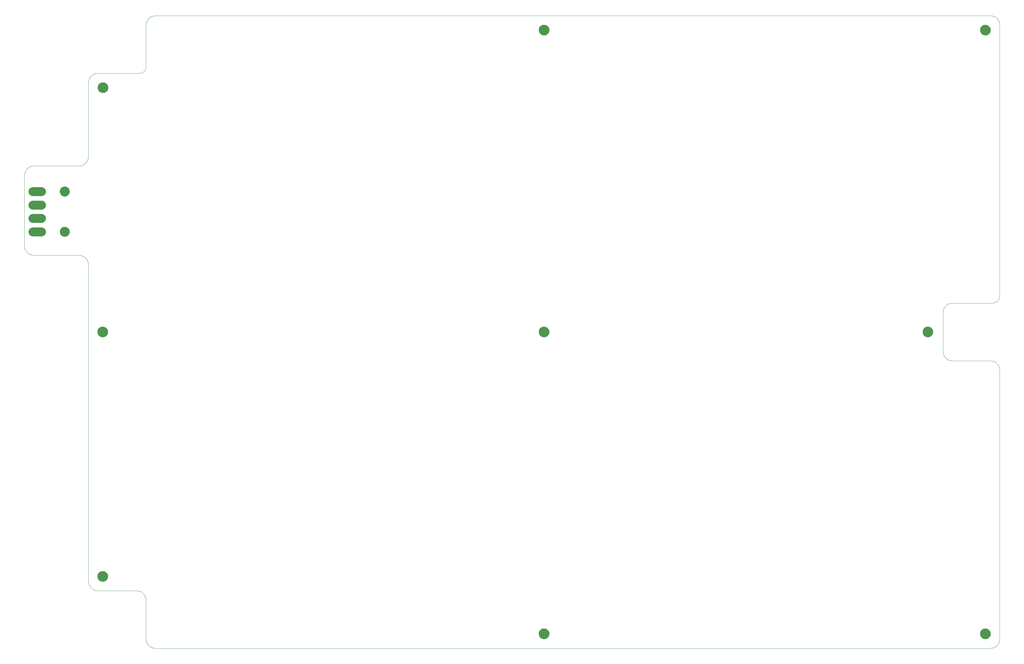
<source format=gts>
G75*
%MOIN*%
%OFA0B0*%
%FSLAX24Y24*%
%IPPOS*%
%LPD*%
%AMOC8*
5,1,8,0,0,1.08239X$1,22.5*
%
%ADD10C,0.0000*%
%ADD11C,0.1300*%
%ADD12C,0.1221*%
%ADD13C,0.1103*%
D10*
X012470Y011579D02*
X017193Y011579D01*
X017193Y011578D02*
X017259Y011576D01*
X017325Y011571D01*
X017391Y011561D01*
X017456Y011548D01*
X017520Y011532D01*
X017583Y011512D01*
X017645Y011488D01*
X017705Y011461D01*
X017764Y011431D01*
X017821Y011397D01*
X017876Y011360D01*
X017929Y011320D01*
X017980Y011278D01*
X018028Y011232D01*
X018074Y011184D01*
X018116Y011133D01*
X018156Y011080D01*
X018193Y011025D01*
X018227Y010968D01*
X018257Y010909D01*
X018284Y010849D01*
X018308Y010787D01*
X018328Y010724D01*
X018344Y010660D01*
X018357Y010595D01*
X018367Y010529D01*
X018372Y010463D01*
X018374Y010397D01*
X018374Y005674D01*
X018375Y005674D02*
X018377Y005608D01*
X018382Y005542D01*
X018392Y005476D01*
X018405Y005411D01*
X018421Y005347D01*
X018441Y005284D01*
X018465Y005222D01*
X018492Y005162D01*
X018522Y005103D01*
X018556Y005046D01*
X018593Y004991D01*
X018633Y004938D01*
X018675Y004887D01*
X018721Y004839D01*
X018769Y004793D01*
X018820Y004751D01*
X018873Y004711D01*
X018928Y004674D01*
X018985Y004640D01*
X019044Y004610D01*
X019104Y004583D01*
X019166Y004559D01*
X019229Y004539D01*
X019293Y004523D01*
X019358Y004510D01*
X019424Y004500D01*
X019490Y004495D01*
X019556Y004493D01*
X122312Y004493D01*
X122378Y004495D01*
X122444Y004500D01*
X122510Y004510D01*
X122575Y004523D01*
X122639Y004539D01*
X122702Y004559D01*
X122764Y004583D01*
X122824Y004610D01*
X122883Y004640D01*
X122940Y004674D01*
X122995Y004711D01*
X123048Y004751D01*
X123099Y004793D01*
X123147Y004839D01*
X123193Y004887D01*
X123235Y004938D01*
X123275Y004991D01*
X123312Y005046D01*
X123346Y005103D01*
X123376Y005162D01*
X123403Y005222D01*
X123427Y005284D01*
X123447Y005347D01*
X123463Y005411D01*
X123476Y005476D01*
X123486Y005542D01*
X123491Y005608D01*
X123493Y005674D01*
X123493Y038745D01*
X123491Y038811D01*
X123486Y038877D01*
X123476Y038943D01*
X123463Y039008D01*
X123447Y039072D01*
X123427Y039135D01*
X123403Y039197D01*
X123376Y039257D01*
X123346Y039316D01*
X123312Y039373D01*
X123275Y039428D01*
X123235Y039481D01*
X123193Y039532D01*
X123147Y039580D01*
X123099Y039626D01*
X123048Y039668D01*
X122995Y039708D01*
X122940Y039745D01*
X122883Y039779D01*
X122824Y039809D01*
X122764Y039836D01*
X122702Y039860D01*
X122639Y039880D01*
X122575Y039896D01*
X122510Y039909D01*
X122444Y039919D01*
X122378Y039924D01*
X122312Y039926D01*
X117588Y039926D01*
X117523Y039931D01*
X117458Y039940D01*
X117394Y039953D01*
X117331Y039970D01*
X117269Y039990D01*
X117208Y040014D01*
X117149Y040041D01*
X117091Y040072D01*
X117035Y040106D01*
X116982Y040143D01*
X116930Y040183D01*
X116881Y040227D01*
X116835Y040273D01*
X116791Y040321D01*
X116750Y040372D01*
X116713Y040425D01*
X116678Y040481D01*
X116647Y040538D01*
X116619Y040597D01*
X116595Y040658D01*
X116574Y040720D01*
X116557Y040783D01*
X116543Y040847D01*
X116533Y040911D01*
X116527Y040976D01*
X116525Y041042D01*
X116527Y041107D01*
X116527Y045832D01*
X116525Y045897D01*
X116527Y045963D01*
X116533Y046028D01*
X116543Y046092D01*
X116557Y046156D01*
X116574Y046219D01*
X116595Y046281D01*
X116619Y046342D01*
X116647Y046401D01*
X116678Y046458D01*
X116713Y046514D01*
X116750Y046567D01*
X116791Y046618D01*
X116835Y046666D01*
X116881Y046712D01*
X116930Y046756D01*
X116982Y046796D01*
X117035Y046833D01*
X117091Y046867D01*
X117149Y046898D01*
X117208Y046925D01*
X117269Y046949D01*
X117331Y046969D01*
X117394Y046986D01*
X117458Y046999D01*
X117523Y047008D01*
X117588Y047013D01*
X122509Y047013D01*
X122571Y047015D01*
X122632Y047021D01*
X122693Y047030D01*
X122754Y047044D01*
X122813Y047061D01*
X122871Y047082D01*
X122928Y047107D01*
X122983Y047135D01*
X123036Y047166D01*
X123087Y047201D01*
X123136Y047239D01*
X123183Y047280D01*
X123226Y047323D01*
X123267Y047370D01*
X123305Y047419D01*
X123340Y047470D01*
X123371Y047523D01*
X123399Y047578D01*
X123424Y047635D01*
X123445Y047693D01*
X123462Y047752D01*
X123476Y047813D01*
X123485Y047874D01*
X123491Y047935D01*
X123493Y047997D01*
X123490Y047879D02*
X123490Y081263D01*
X123493Y081265D02*
X123491Y081331D01*
X123486Y081397D01*
X123476Y081463D01*
X123463Y081528D01*
X123447Y081592D01*
X123427Y081655D01*
X123403Y081717D01*
X123376Y081777D01*
X123346Y081836D01*
X123312Y081893D01*
X123275Y081948D01*
X123235Y082001D01*
X123193Y082052D01*
X123147Y082100D01*
X123099Y082146D01*
X123048Y082188D01*
X122995Y082228D01*
X122940Y082265D01*
X122883Y082299D01*
X122824Y082329D01*
X122764Y082356D01*
X122702Y082380D01*
X122639Y082400D01*
X122575Y082416D01*
X122510Y082429D01*
X122444Y082439D01*
X122378Y082444D01*
X122312Y082446D01*
X019556Y082446D01*
X019555Y082444D02*
X019489Y082442D01*
X019423Y082437D01*
X019357Y082427D01*
X019292Y082414D01*
X019228Y082398D01*
X019165Y082378D01*
X019103Y082354D01*
X019043Y082327D01*
X018984Y082297D01*
X018927Y082263D01*
X018872Y082226D01*
X018819Y082186D01*
X018768Y082144D01*
X018720Y082098D01*
X018674Y082050D01*
X018632Y081999D01*
X018592Y081946D01*
X018555Y081891D01*
X018521Y081834D01*
X018491Y081775D01*
X018464Y081715D01*
X018440Y081653D01*
X018420Y081590D01*
X018404Y081526D01*
X018391Y081461D01*
X018381Y081395D01*
X018376Y081329D01*
X018374Y081263D01*
X018374Y076579D01*
X018375Y076737D02*
X018375Y076147D01*
X018373Y076093D01*
X018368Y076040D01*
X018359Y075987D01*
X018346Y075935D01*
X018330Y075883D01*
X018310Y075833D01*
X018287Y075785D01*
X018260Y075738D01*
X018231Y075693D01*
X018198Y075650D01*
X018163Y075610D01*
X018125Y075572D01*
X018085Y075537D01*
X018042Y075504D01*
X017997Y075475D01*
X017950Y075448D01*
X017902Y075425D01*
X017852Y075405D01*
X017800Y075389D01*
X017748Y075376D01*
X017695Y075367D01*
X017642Y075362D01*
X017588Y075360D01*
X017588Y075359D02*
X012470Y075359D01*
X012404Y075357D01*
X012338Y075352D01*
X012272Y075342D01*
X012207Y075329D01*
X012143Y075313D01*
X012080Y075293D01*
X012018Y075269D01*
X011958Y075242D01*
X011899Y075212D01*
X011842Y075178D01*
X011787Y075141D01*
X011734Y075101D01*
X011683Y075059D01*
X011635Y075013D01*
X011589Y074965D01*
X011547Y074914D01*
X011507Y074861D01*
X011470Y074806D01*
X011436Y074749D01*
X011406Y074690D01*
X011379Y074630D01*
X011355Y074568D01*
X011335Y074505D01*
X011319Y074441D01*
X011306Y074376D01*
X011296Y074310D01*
X011291Y074244D01*
X011289Y074178D01*
X011289Y065123D01*
X011288Y065123D02*
X011286Y065057D01*
X011281Y064991D01*
X011271Y064925D01*
X011258Y064860D01*
X011242Y064796D01*
X011222Y064733D01*
X011198Y064671D01*
X011171Y064611D01*
X011141Y064552D01*
X011107Y064495D01*
X011070Y064440D01*
X011030Y064387D01*
X010988Y064336D01*
X010942Y064288D01*
X010894Y064242D01*
X010843Y064200D01*
X010790Y064160D01*
X010735Y064123D01*
X010678Y064089D01*
X010619Y064059D01*
X010559Y064032D01*
X010497Y064008D01*
X010434Y063988D01*
X010370Y063972D01*
X010305Y063959D01*
X010239Y063949D01*
X010173Y063944D01*
X010107Y063942D01*
X004596Y063942D01*
X004530Y063940D01*
X004464Y063935D01*
X004398Y063925D01*
X004333Y063912D01*
X004269Y063896D01*
X004206Y063876D01*
X004144Y063852D01*
X004084Y063825D01*
X004025Y063795D01*
X003968Y063761D01*
X003913Y063724D01*
X003860Y063684D01*
X003809Y063642D01*
X003761Y063596D01*
X003715Y063548D01*
X003673Y063497D01*
X003633Y063444D01*
X003596Y063389D01*
X003562Y063332D01*
X003532Y063273D01*
X003505Y063213D01*
X003481Y063151D01*
X003461Y063088D01*
X003445Y063024D01*
X003432Y062959D01*
X003422Y062893D01*
X003417Y062827D01*
X003415Y062761D01*
X003415Y054100D01*
X003417Y054034D01*
X003422Y053968D01*
X003432Y053902D01*
X003445Y053837D01*
X003461Y053773D01*
X003481Y053710D01*
X003505Y053648D01*
X003532Y053588D01*
X003562Y053529D01*
X003596Y053472D01*
X003633Y053417D01*
X003673Y053364D01*
X003715Y053313D01*
X003761Y053265D01*
X003809Y053219D01*
X003860Y053177D01*
X003913Y053137D01*
X003968Y053100D01*
X004025Y053066D01*
X004084Y053036D01*
X004144Y053009D01*
X004206Y052985D01*
X004269Y052965D01*
X004333Y052949D01*
X004398Y052936D01*
X004464Y052926D01*
X004530Y052921D01*
X004596Y052919D01*
X010107Y052919D01*
X010107Y052918D02*
X010173Y052916D01*
X010239Y052911D01*
X010305Y052901D01*
X010370Y052888D01*
X010434Y052872D01*
X010497Y052852D01*
X010559Y052828D01*
X010619Y052801D01*
X010678Y052771D01*
X010735Y052737D01*
X010790Y052700D01*
X010843Y052660D01*
X010894Y052618D01*
X010942Y052572D01*
X010988Y052524D01*
X011030Y052473D01*
X011070Y052420D01*
X011107Y052365D01*
X011141Y052308D01*
X011171Y052249D01*
X011198Y052189D01*
X011222Y052127D01*
X011242Y052064D01*
X011258Y052000D01*
X011271Y051935D01*
X011281Y051869D01*
X011286Y051803D01*
X011288Y051737D01*
X011289Y051737D02*
X011289Y012760D01*
X011291Y012694D01*
X011296Y012628D01*
X011306Y012562D01*
X011319Y012497D01*
X011335Y012433D01*
X011355Y012370D01*
X011379Y012308D01*
X011406Y012248D01*
X011436Y012189D01*
X011470Y012132D01*
X011507Y012077D01*
X011547Y012024D01*
X011589Y011973D01*
X011635Y011925D01*
X011683Y011879D01*
X011734Y011837D01*
X011787Y011797D01*
X011842Y011760D01*
X011899Y011726D01*
X011958Y011696D01*
X012018Y011669D01*
X012080Y011645D01*
X012143Y011625D01*
X012207Y011609D01*
X012272Y011596D01*
X012338Y011586D01*
X012404Y011581D01*
X012470Y011579D01*
X012430Y013352D02*
X012432Y013402D01*
X012438Y013452D01*
X012448Y013501D01*
X012462Y013549D01*
X012479Y013596D01*
X012500Y013641D01*
X012525Y013685D01*
X012553Y013726D01*
X012585Y013765D01*
X012619Y013802D01*
X012656Y013836D01*
X012696Y013866D01*
X012738Y013893D01*
X012782Y013917D01*
X012828Y013938D01*
X012875Y013954D01*
X012923Y013967D01*
X012973Y013976D01*
X013022Y013981D01*
X013073Y013982D01*
X013123Y013979D01*
X013172Y013972D01*
X013221Y013961D01*
X013269Y013946D01*
X013315Y013928D01*
X013360Y013906D01*
X013403Y013880D01*
X013444Y013851D01*
X013483Y013819D01*
X013519Y013784D01*
X013551Y013746D01*
X013581Y013706D01*
X013608Y013663D01*
X013631Y013619D01*
X013650Y013573D01*
X013666Y013525D01*
X013678Y013476D01*
X013686Y013427D01*
X013690Y013377D01*
X013690Y013327D01*
X013686Y013277D01*
X013678Y013228D01*
X013666Y013179D01*
X013650Y013131D01*
X013631Y013085D01*
X013608Y013041D01*
X013581Y012998D01*
X013551Y012958D01*
X013519Y012920D01*
X013483Y012885D01*
X013444Y012853D01*
X013403Y012824D01*
X013360Y012798D01*
X013315Y012776D01*
X013269Y012758D01*
X013221Y012743D01*
X013172Y012732D01*
X013123Y012725D01*
X013073Y012722D01*
X013022Y012723D01*
X012973Y012728D01*
X012923Y012737D01*
X012875Y012750D01*
X012828Y012766D01*
X012782Y012787D01*
X012738Y012811D01*
X012696Y012838D01*
X012656Y012868D01*
X012619Y012902D01*
X012585Y012939D01*
X012553Y012978D01*
X012525Y013019D01*
X012500Y013063D01*
X012479Y013108D01*
X012462Y013155D01*
X012448Y013203D01*
X012438Y013252D01*
X012432Y013302D01*
X012430Y013352D01*
X012430Y043470D02*
X012432Y043520D01*
X012438Y043570D01*
X012448Y043619D01*
X012462Y043667D01*
X012479Y043714D01*
X012500Y043759D01*
X012525Y043803D01*
X012553Y043844D01*
X012585Y043883D01*
X012619Y043920D01*
X012656Y043954D01*
X012696Y043984D01*
X012738Y044011D01*
X012782Y044035D01*
X012828Y044056D01*
X012875Y044072D01*
X012923Y044085D01*
X012973Y044094D01*
X013022Y044099D01*
X013073Y044100D01*
X013123Y044097D01*
X013172Y044090D01*
X013221Y044079D01*
X013269Y044064D01*
X013315Y044046D01*
X013360Y044024D01*
X013403Y043998D01*
X013444Y043969D01*
X013483Y043937D01*
X013519Y043902D01*
X013551Y043864D01*
X013581Y043824D01*
X013608Y043781D01*
X013631Y043737D01*
X013650Y043691D01*
X013666Y043643D01*
X013678Y043594D01*
X013686Y043545D01*
X013690Y043495D01*
X013690Y043445D01*
X013686Y043395D01*
X013678Y043346D01*
X013666Y043297D01*
X013650Y043249D01*
X013631Y043203D01*
X013608Y043159D01*
X013581Y043116D01*
X013551Y043076D01*
X013519Y043038D01*
X013483Y043003D01*
X013444Y042971D01*
X013403Y042942D01*
X013360Y042916D01*
X013315Y042894D01*
X013269Y042876D01*
X013221Y042861D01*
X013172Y042850D01*
X013123Y042843D01*
X013073Y042840D01*
X013022Y042841D01*
X012973Y042846D01*
X012923Y042855D01*
X012875Y042868D01*
X012828Y042884D01*
X012782Y042905D01*
X012738Y042929D01*
X012696Y042956D01*
X012656Y042986D01*
X012619Y043020D01*
X012585Y043057D01*
X012553Y043096D01*
X012525Y043137D01*
X012500Y043181D01*
X012479Y043226D01*
X012462Y043273D01*
X012448Y043321D01*
X012438Y043370D01*
X012432Y043420D01*
X012430Y043470D01*
X007784Y055820D02*
X007786Y055868D01*
X007792Y055916D01*
X007802Y055963D01*
X007815Y056009D01*
X007833Y056054D01*
X007853Y056098D01*
X007878Y056140D01*
X007906Y056179D01*
X007936Y056216D01*
X007970Y056250D01*
X008007Y056282D01*
X008045Y056311D01*
X008086Y056336D01*
X008129Y056358D01*
X008174Y056376D01*
X008220Y056390D01*
X008267Y056401D01*
X008315Y056408D01*
X008363Y056411D01*
X008411Y056410D01*
X008459Y056405D01*
X008507Y056396D01*
X008553Y056384D01*
X008598Y056367D01*
X008642Y056347D01*
X008684Y056324D01*
X008724Y056297D01*
X008762Y056267D01*
X008797Y056234D01*
X008829Y056198D01*
X008859Y056160D01*
X008885Y056119D01*
X008907Y056076D01*
X008927Y056032D01*
X008942Y055987D01*
X008954Y055940D01*
X008962Y055892D01*
X008966Y055844D01*
X008966Y055796D01*
X008962Y055748D01*
X008954Y055700D01*
X008942Y055653D01*
X008927Y055608D01*
X008907Y055564D01*
X008885Y055521D01*
X008859Y055480D01*
X008829Y055442D01*
X008797Y055406D01*
X008762Y055373D01*
X008724Y055343D01*
X008684Y055316D01*
X008642Y055293D01*
X008598Y055273D01*
X008553Y055256D01*
X008507Y055244D01*
X008459Y055235D01*
X008411Y055230D01*
X008363Y055229D01*
X008315Y055232D01*
X008267Y055239D01*
X008220Y055250D01*
X008174Y055264D01*
X008129Y055282D01*
X008086Y055304D01*
X008045Y055329D01*
X008007Y055358D01*
X007970Y055390D01*
X007936Y055424D01*
X007906Y055461D01*
X007878Y055500D01*
X007853Y055542D01*
X007833Y055586D01*
X007815Y055631D01*
X007802Y055677D01*
X007792Y055724D01*
X007786Y055772D01*
X007784Y055820D01*
X007784Y060781D02*
X007786Y060829D01*
X007792Y060877D01*
X007802Y060924D01*
X007815Y060970D01*
X007833Y061015D01*
X007853Y061059D01*
X007878Y061101D01*
X007906Y061140D01*
X007936Y061177D01*
X007970Y061211D01*
X008007Y061243D01*
X008045Y061272D01*
X008086Y061297D01*
X008129Y061319D01*
X008174Y061337D01*
X008220Y061351D01*
X008267Y061362D01*
X008315Y061369D01*
X008363Y061372D01*
X008411Y061371D01*
X008459Y061366D01*
X008507Y061357D01*
X008553Y061345D01*
X008598Y061328D01*
X008642Y061308D01*
X008684Y061285D01*
X008724Y061258D01*
X008762Y061228D01*
X008797Y061195D01*
X008829Y061159D01*
X008859Y061121D01*
X008885Y061080D01*
X008907Y061037D01*
X008927Y060993D01*
X008942Y060948D01*
X008954Y060901D01*
X008962Y060853D01*
X008966Y060805D01*
X008966Y060757D01*
X008962Y060709D01*
X008954Y060661D01*
X008942Y060614D01*
X008927Y060569D01*
X008907Y060525D01*
X008885Y060482D01*
X008859Y060441D01*
X008829Y060403D01*
X008797Y060367D01*
X008762Y060334D01*
X008724Y060304D01*
X008684Y060277D01*
X008642Y060254D01*
X008598Y060234D01*
X008553Y060217D01*
X008507Y060205D01*
X008459Y060196D01*
X008411Y060191D01*
X008363Y060190D01*
X008315Y060193D01*
X008267Y060200D01*
X008220Y060211D01*
X008174Y060225D01*
X008129Y060243D01*
X008086Y060265D01*
X008045Y060290D01*
X008007Y060319D01*
X007970Y060351D01*
X007936Y060385D01*
X007906Y060422D01*
X007878Y060461D01*
X007853Y060503D01*
X007833Y060547D01*
X007815Y060592D01*
X007802Y060638D01*
X007792Y060685D01*
X007786Y060733D01*
X007784Y060781D01*
X012458Y073593D02*
X012460Y073643D01*
X012466Y073693D01*
X012476Y073742D01*
X012490Y073790D01*
X012507Y073837D01*
X012528Y073882D01*
X012553Y073926D01*
X012581Y073967D01*
X012613Y074006D01*
X012647Y074043D01*
X012684Y074077D01*
X012724Y074107D01*
X012766Y074134D01*
X012810Y074158D01*
X012856Y074179D01*
X012903Y074195D01*
X012951Y074208D01*
X013001Y074217D01*
X013050Y074222D01*
X013101Y074223D01*
X013151Y074220D01*
X013200Y074213D01*
X013249Y074202D01*
X013297Y074187D01*
X013343Y074169D01*
X013388Y074147D01*
X013431Y074121D01*
X013472Y074092D01*
X013511Y074060D01*
X013547Y074025D01*
X013579Y073987D01*
X013609Y073947D01*
X013636Y073904D01*
X013659Y073860D01*
X013678Y073814D01*
X013694Y073766D01*
X013706Y073717D01*
X013714Y073668D01*
X013718Y073618D01*
X013718Y073568D01*
X013714Y073518D01*
X013706Y073469D01*
X013694Y073420D01*
X013678Y073372D01*
X013659Y073326D01*
X013636Y073282D01*
X013609Y073239D01*
X013579Y073199D01*
X013547Y073161D01*
X013511Y073126D01*
X013472Y073094D01*
X013431Y073065D01*
X013388Y073039D01*
X013343Y073017D01*
X013297Y072999D01*
X013249Y072984D01*
X013200Y072973D01*
X013151Y072966D01*
X013101Y072963D01*
X013050Y072964D01*
X013001Y072969D01*
X012951Y072978D01*
X012903Y072991D01*
X012856Y073007D01*
X012810Y073028D01*
X012766Y073052D01*
X012724Y073079D01*
X012684Y073109D01*
X012647Y073143D01*
X012613Y073180D01*
X012581Y073219D01*
X012553Y073260D01*
X012528Y073304D01*
X012507Y073349D01*
X012490Y073396D01*
X012476Y073444D01*
X012466Y073493D01*
X012460Y073543D01*
X012458Y073593D01*
X066761Y080674D02*
X066763Y080724D01*
X066769Y080774D01*
X066779Y080823D01*
X066793Y080871D01*
X066810Y080918D01*
X066831Y080963D01*
X066856Y081007D01*
X066884Y081048D01*
X066916Y081087D01*
X066950Y081124D01*
X066987Y081158D01*
X067027Y081188D01*
X067069Y081215D01*
X067113Y081239D01*
X067159Y081260D01*
X067206Y081276D01*
X067254Y081289D01*
X067304Y081298D01*
X067353Y081303D01*
X067404Y081304D01*
X067454Y081301D01*
X067503Y081294D01*
X067552Y081283D01*
X067600Y081268D01*
X067646Y081250D01*
X067691Y081228D01*
X067734Y081202D01*
X067775Y081173D01*
X067814Y081141D01*
X067850Y081106D01*
X067882Y081068D01*
X067912Y081028D01*
X067939Y080985D01*
X067962Y080941D01*
X067981Y080895D01*
X067997Y080847D01*
X068009Y080798D01*
X068017Y080749D01*
X068021Y080699D01*
X068021Y080649D01*
X068017Y080599D01*
X068009Y080550D01*
X067997Y080501D01*
X067981Y080453D01*
X067962Y080407D01*
X067939Y080363D01*
X067912Y080320D01*
X067882Y080280D01*
X067850Y080242D01*
X067814Y080207D01*
X067775Y080175D01*
X067734Y080146D01*
X067691Y080120D01*
X067646Y080098D01*
X067600Y080080D01*
X067552Y080065D01*
X067503Y080054D01*
X067454Y080047D01*
X067404Y080044D01*
X067353Y080045D01*
X067304Y080050D01*
X067254Y080059D01*
X067206Y080072D01*
X067159Y080088D01*
X067113Y080109D01*
X067069Y080133D01*
X067027Y080160D01*
X066987Y080190D01*
X066950Y080224D01*
X066916Y080261D01*
X066884Y080300D01*
X066856Y080341D01*
X066831Y080385D01*
X066810Y080430D01*
X066793Y080477D01*
X066779Y080525D01*
X066769Y080574D01*
X066763Y080624D01*
X066761Y080674D01*
X066761Y043470D02*
X066763Y043520D01*
X066769Y043570D01*
X066779Y043619D01*
X066793Y043667D01*
X066810Y043714D01*
X066831Y043759D01*
X066856Y043803D01*
X066884Y043844D01*
X066916Y043883D01*
X066950Y043920D01*
X066987Y043954D01*
X067027Y043984D01*
X067069Y044011D01*
X067113Y044035D01*
X067159Y044056D01*
X067206Y044072D01*
X067254Y044085D01*
X067304Y044094D01*
X067353Y044099D01*
X067404Y044100D01*
X067454Y044097D01*
X067503Y044090D01*
X067552Y044079D01*
X067600Y044064D01*
X067646Y044046D01*
X067691Y044024D01*
X067734Y043998D01*
X067775Y043969D01*
X067814Y043937D01*
X067850Y043902D01*
X067882Y043864D01*
X067912Y043824D01*
X067939Y043781D01*
X067962Y043737D01*
X067981Y043691D01*
X067997Y043643D01*
X068009Y043594D01*
X068017Y043545D01*
X068021Y043495D01*
X068021Y043445D01*
X068017Y043395D01*
X068009Y043346D01*
X067997Y043297D01*
X067981Y043249D01*
X067962Y043203D01*
X067939Y043159D01*
X067912Y043116D01*
X067882Y043076D01*
X067850Y043038D01*
X067814Y043003D01*
X067775Y042971D01*
X067734Y042942D01*
X067691Y042916D01*
X067646Y042894D01*
X067600Y042876D01*
X067552Y042861D01*
X067503Y042850D01*
X067454Y042843D01*
X067404Y042840D01*
X067353Y042841D01*
X067304Y042846D01*
X067254Y042855D01*
X067206Y042868D01*
X067159Y042884D01*
X067113Y042905D01*
X067069Y042929D01*
X067027Y042956D01*
X066987Y042986D01*
X066950Y043020D01*
X066916Y043057D01*
X066884Y043096D01*
X066856Y043137D01*
X066831Y043181D01*
X066810Y043226D01*
X066793Y043273D01*
X066779Y043321D01*
X066769Y043370D01*
X066763Y043420D01*
X066761Y043470D01*
X114005Y043470D02*
X114007Y043520D01*
X114013Y043570D01*
X114023Y043619D01*
X114037Y043667D01*
X114054Y043714D01*
X114075Y043759D01*
X114100Y043803D01*
X114128Y043844D01*
X114160Y043883D01*
X114194Y043920D01*
X114231Y043954D01*
X114271Y043984D01*
X114313Y044011D01*
X114357Y044035D01*
X114403Y044056D01*
X114450Y044072D01*
X114498Y044085D01*
X114548Y044094D01*
X114597Y044099D01*
X114648Y044100D01*
X114698Y044097D01*
X114747Y044090D01*
X114796Y044079D01*
X114844Y044064D01*
X114890Y044046D01*
X114935Y044024D01*
X114978Y043998D01*
X115019Y043969D01*
X115058Y043937D01*
X115094Y043902D01*
X115126Y043864D01*
X115156Y043824D01*
X115183Y043781D01*
X115206Y043737D01*
X115225Y043691D01*
X115241Y043643D01*
X115253Y043594D01*
X115261Y043545D01*
X115265Y043495D01*
X115265Y043445D01*
X115261Y043395D01*
X115253Y043346D01*
X115241Y043297D01*
X115225Y043249D01*
X115206Y043203D01*
X115183Y043159D01*
X115156Y043116D01*
X115126Y043076D01*
X115094Y043038D01*
X115058Y043003D01*
X115019Y042971D01*
X114978Y042942D01*
X114935Y042916D01*
X114890Y042894D01*
X114844Y042876D01*
X114796Y042861D01*
X114747Y042850D01*
X114698Y042843D01*
X114648Y042840D01*
X114597Y042841D01*
X114548Y042846D01*
X114498Y042855D01*
X114450Y042868D01*
X114403Y042884D01*
X114357Y042905D01*
X114313Y042929D01*
X114271Y042956D01*
X114231Y042986D01*
X114194Y043020D01*
X114160Y043057D01*
X114128Y043096D01*
X114100Y043137D01*
X114075Y043181D01*
X114054Y043226D01*
X114037Y043273D01*
X114023Y043321D01*
X114013Y043370D01*
X114007Y043420D01*
X114005Y043470D01*
X121092Y080674D02*
X121094Y080724D01*
X121100Y080774D01*
X121110Y080823D01*
X121124Y080871D01*
X121141Y080918D01*
X121162Y080963D01*
X121187Y081007D01*
X121215Y081048D01*
X121247Y081087D01*
X121281Y081124D01*
X121318Y081158D01*
X121358Y081188D01*
X121400Y081215D01*
X121444Y081239D01*
X121490Y081260D01*
X121537Y081276D01*
X121585Y081289D01*
X121635Y081298D01*
X121684Y081303D01*
X121735Y081304D01*
X121785Y081301D01*
X121834Y081294D01*
X121883Y081283D01*
X121931Y081268D01*
X121977Y081250D01*
X122022Y081228D01*
X122065Y081202D01*
X122106Y081173D01*
X122145Y081141D01*
X122181Y081106D01*
X122213Y081068D01*
X122243Y081028D01*
X122270Y080985D01*
X122293Y080941D01*
X122312Y080895D01*
X122328Y080847D01*
X122340Y080798D01*
X122348Y080749D01*
X122352Y080699D01*
X122352Y080649D01*
X122348Y080599D01*
X122340Y080550D01*
X122328Y080501D01*
X122312Y080453D01*
X122293Y080407D01*
X122270Y080363D01*
X122243Y080320D01*
X122213Y080280D01*
X122181Y080242D01*
X122145Y080207D01*
X122106Y080175D01*
X122065Y080146D01*
X122022Y080120D01*
X121977Y080098D01*
X121931Y080080D01*
X121883Y080065D01*
X121834Y080054D01*
X121785Y080047D01*
X121735Y080044D01*
X121684Y080045D01*
X121635Y080050D01*
X121585Y080059D01*
X121537Y080072D01*
X121490Y080088D01*
X121444Y080109D01*
X121400Y080133D01*
X121358Y080160D01*
X121318Y080190D01*
X121281Y080224D01*
X121247Y080261D01*
X121215Y080300D01*
X121187Y080341D01*
X121162Y080385D01*
X121141Y080430D01*
X121124Y080477D01*
X121110Y080525D01*
X121100Y080574D01*
X121094Y080624D01*
X121092Y080674D01*
X121092Y006265D02*
X121094Y006315D01*
X121100Y006365D01*
X121110Y006414D01*
X121124Y006462D01*
X121141Y006509D01*
X121162Y006554D01*
X121187Y006598D01*
X121215Y006639D01*
X121247Y006678D01*
X121281Y006715D01*
X121318Y006749D01*
X121358Y006779D01*
X121400Y006806D01*
X121444Y006830D01*
X121490Y006851D01*
X121537Y006867D01*
X121585Y006880D01*
X121635Y006889D01*
X121684Y006894D01*
X121735Y006895D01*
X121785Y006892D01*
X121834Y006885D01*
X121883Y006874D01*
X121931Y006859D01*
X121977Y006841D01*
X122022Y006819D01*
X122065Y006793D01*
X122106Y006764D01*
X122145Y006732D01*
X122181Y006697D01*
X122213Y006659D01*
X122243Y006619D01*
X122270Y006576D01*
X122293Y006532D01*
X122312Y006486D01*
X122328Y006438D01*
X122340Y006389D01*
X122348Y006340D01*
X122352Y006290D01*
X122352Y006240D01*
X122348Y006190D01*
X122340Y006141D01*
X122328Y006092D01*
X122312Y006044D01*
X122293Y005998D01*
X122270Y005954D01*
X122243Y005911D01*
X122213Y005871D01*
X122181Y005833D01*
X122145Y005798D01*
X122106Y005766D01*
X122065Y005737D01*
X122022Y005711D01*
X121977Y005689D01*
X121931Y005671D01*
X121883Y005656D01*
X121834Y005645D01*
X121785Y005638D01*
X121735Y005635D01*
X121684Y005636D01*
X121635Y005641D01*
X121585Y005650D01*
X121537Y005663D01*
X121490Y005679D01*
X121444Y005700D01*
X121400Y005724D01*
X121358Y005751D01*
X121318Y005781D01*
X121281Y005815D01*
X121247Y005852D01*
X121215Y005891D01*
X121187Y005932D01*
X121162Y005976D01*
X121141Y006021D01*
X121124Y006068D01*
X121110Y006116D01*
X121100Y006165D01*
X121094Y006215D01*
X121092Y006265D01*
X066761Y006265D02*
X066763Y006315D01*
X066769Y006365D01*
X066779Y006414D01*
X066793Y006462D01*
X066810Y006509D01*
X066831Y006554D01*
X066856Y006598D01*
X066884Y006639D01*
X066916Y006678D01*
X066950Y006715D01*
X066987Y006749D01*
X067027Y006779D01*
X067069Y006806D01*
X067113Y006830D01*
X067159Y006851D01*
X067206Y006867D01*
X067254Y006880D01*
X067304Y006889D01*
X067353Y006894D01*
X067404Y006895D01*
X067454Y006892D01*
X067503Y006885D01*
X067552Y006874D01*
X067600Y006859D01*
X067646Y006841D01*
X067691Y006819D01*
X067734Y006793D01*
X067775Y006764D01*
X067814Y006732D01*
X067850Y006697D01*
X067882Y006659D01*
X067912Y006619D01*
X067939Y006576D01*
X067962Y006532D01*
X067981Y006486D01*
X067997Y006438D01*
X068009Y006389D01*
X068017Y006340D01*
X068021Y006290D01*
X068021Y006240D01*
X068017Y006190D01*
X068009Y006141D01*
X067997Y006092D01*
X067981Y006044D01*
X067962Y005998D01*
X067939Y005954D01*
X067912Y005911D01*
X067882Y005871D01*
X067850Y005833D01*
X067814Y005798D01*
X067775Y005766D01*
X067734Y005737D01*
X067691Y005711D01*
X067646Y005689D01*
X067600Y005671D01*
X067552Y005656D01*
X067503Y005645D01*
X067454Y005638D01*
X067404Y005635D01*
X067353Y005636D01*
X067304Y005641D01*
X067254Y005650D01*
X067206Y005663D01*
X067159Y005679D01*
X067113Y005700D01*
X067069Y005724D01*
X067027Y005751D01*
X066987Y005781D01*
X066950Y005815D01*
X066916Y005852D01*
X066884Y005891D01*
X066856Y005932D01*
X066831Y005976D01*
X066810Y006021D01*
X066793Y006068D01*
X066779Y006116D01*
X066769Y006165D01*
X066763Y006215D01*
X066761Y006265D01*
D11*
X067391Y006265D03*
X067391Y043470D03*
X114635Y043470D03*
X121722Y080674D03*
X067391Y080674D03*
X013088Y073593D03*
X013060Y043470D03*
X013060Y013352D03*
X121722Y006265D03*
D12*
X008375Y055820D03*
X008375Y060781D03*
D13*
X005501Y060781D02*
X004438Y060781D01*
X004438Y059127D02*
X005501Y059127D01*
X005501Y057474D02*
X004438Y057474D01*
X004438Y055820D02*
X005501Y055820D01*
M02*

</source>
